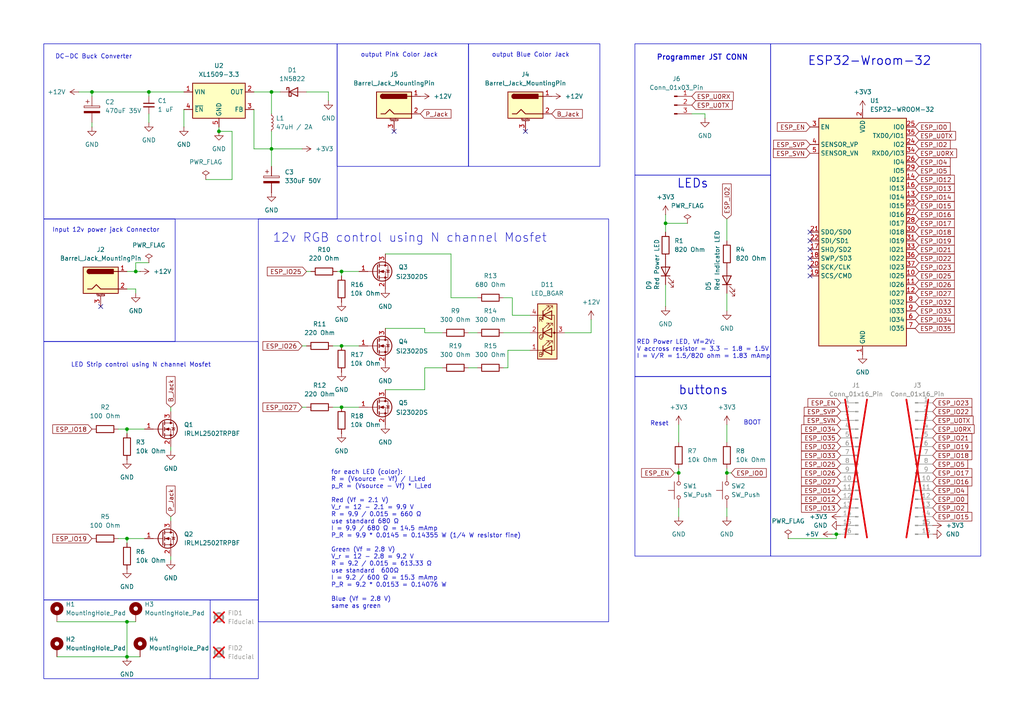
<source format=kicad_sch>
(kicad_sch (version 20250114) (generator "eeschema") (generator_version "9.0")
  (paper "A4")
  (title_block (title "Neon 1meter 12V") (date "2025-10-31") (rev "1_0"))
  (rectangle (start 12.7 12.7) (end 97.79 63.5))
  (rectangle (start 97.79 12.7) (end 135.89 48.26))
  (rectangle (start 12.7 99.06) (end 74.93 173.99))
  (rectangle (start 135.89 12.7) (end 173.99 48.26))
  (rectangle (start 12.7 63.5) (end 50.8 99.06))
  (rectangle (start 184.15 12.7) (end 223.52 50.8))
  (rectangle (start 184.15 109.22) (end 223.52 161.29))
  (rectangle (start 74.93 63.5) (end 176.53 180.34))
  (rectangle (start 184.15 50.8) (end 223.52 109.22))
  (rectangle (start 12.7 173.99) (end 74.93 196.85))
  (rectangle (start 223.52 12.7) (end 284.48 161.29))
  (text "ESP32-Wroom-32\n" (at 252.222 17.78 0) (effects (font (size 2.54 2.54) (thickness 0.254) (bold yes))))
  (text "LED Strip control using N channel Mosfet" (at 40.894 105.918 0) (effects (font (size 1.27 1.27))))
  (text "DC-DC Buck Converter" (at 27.178 16.51 0) (effects (font (size 1.27 1.27))))
  (text "buttons" (at 203.962 113.284 0) (effects (font (size 2.54 2.54) (thickness 0.254) (bold yes))))
  (text "output Pink Color Jack" (at 115.824 16.002 0) (effects (font (size 1.27 1.27))))
  (text "RED Power LED, Vf=2V:\nV accross resistor = 3.3 - 1.8 = 1.5V\nI = V/R = 1.5/820 ohm = 1.83 mAmp" (at 184.658 101.346 0) (effects (font (size 1.27 1.27)) (justify left)))
  (text "Input 12v power jack Connector\n" (at 30.734 66.802 0) (effects (font (size 1.27 1.27))))
  (text "for each LED (color):\nR = (Vsource - Vf) / I_Led\np_R = (Vsource - Vf) * I_Led\n\nRed (Vf = 2.1 V)\nV_r = 12 − 2.1 = 9.9 V\nR = 9.9 / 0.015 = 660 Ω \nuse standard 680 Ω\nI = 9.9 / 680 Ω = 14.5 mAmp\nP_R = 9.9 * 0.0145 = 0.14355 W (1/4 W resistor fine)\n\nGreen (Vf = 2.8 V)\nV_r = 12 − 2.8 = 9.2 V\nR = 9.2 / 0.015 = 613.33 Ω \nuse standard  600Ω\nI = 9.2 / 600 Ω = 15.3 mAmp\nP_R = 9.2 * 0.0153 = 0.14076 W\n\nBlue (Vf = 2.8 V)\nsame as green " (at 96.012 156.464 0) (effects (font (size 1.27 1.27)) (justify left)))
  (text "12v RGB control using N channel Mosfet" (at 118.872 69.088 0) (effects (font (size 2.54 2.54))))
  (text "Reset\n" (at 191.262 122.936 0) (effects (font (size 1.27 1.27))))
  (text "LEDs" (at 200.914 53.34 0) (effects (font (size 2.54 2.54) (thickness 0.254) (bold yes))))
  (text "BOOT\n" (at 218.186 122.682 0) (effects (font (size 1.27 1.27))))
  (text "output Blue Color Jack" (at 153.924 16.002 0) (effects (font (size 1.27 1.27))))
  (text "Programmer JST CONN" (at 203.708 16.764 0) (effects (font (size 1.524 1.524) (thickness 0.254) (bold yes))))
  (text_box "SMD Componens:\n1) minimum SMD size are 1206 package\n2) all SMD components must be hand soldered footprint for easy assmebly" (at -58.42 20.32 0) (size 52.07 35.56) (margins 0.9525 0.9525 0.9525 0.9525) (effects (font (size 1.27 1.27)) (justify left top)))
  (junction (at 36.83 190.5))
  (junction (at 99.06 118.11))
  (junction (at 99.06 78.74))
  (junction (at 36.83 124.46))
  (junction (at 36.83 180.34))
  (junction (at 78.74 43.18))
  (junction (at 63.5 38.1))
  (junction (at 43.18 26.67))
  (junction (at 26.67 26.67))
  (junction (at 78.74 26.67))
  (junction (at 193.04 64.77))
  (junction (at 36.83 156.21))
  (junction (at 99.06 100.33))
  (junction (at 242.57 154.94))
  (junction (at 210.82 137.16))
  (junction (at 39.37 78.74))
  (junction (at 196.85 137.16))
  (no_connect (at 152.4 38.1))
  (no_connect (at 234.95 74.93))
  (no_connect (at 234.95 69.85))
  (no_connect (at 114.3 38.1))
  (no_connect (at 29.21 88.9))
  (no_connect (at 234.95 77.47))
  (no_connect (at 234.95 80.01))
  (no_connect (at 234.95 67.31))
  (no_connect (at 234.95 72.39))
  (wire (pts (xy 78.74 43.18) (xy 73.66 43.18)))
  (wire (pts (xy 130.81 86.36) (xy 138.43 86.36)))
  (wire (pts (xy 49.53 161.29) (xy 49.53 162.56)))
  (wire (pts (xy 36.83 190.5) (xy 40.64 190.5)))
  (wire (pts (xy 87.63 43.18) (xy 78.74 43.18)))
  (wire (pts (xy 210.82 137.16) (xy 212.09 137.16)))
  (wire (pts (xy 36.83 124.46) (xy 41.91 124.46)))
  (wire (pts (xy 146.05 106.68) (xy 147.32 106.68)))
  (wire (pts (xy 67.31 52.07) (xy 67.31 38.1)))
  (wire (pts (xy 123.19 106.68) (xy 128.27 106.68)))
  (wire (pts (xy 87.63 118.11) (xy 88.9 118.11)))
  (wire (pts (xy 104.14 118.11) (xy 99.06 118.11)))
  (wire (pts (xy 242.57 154.94) (xy 243.84 154.94)))
  (wire (pts (xy 196.85 147.32) (xy 196.85 149.86)))
  (wire (pts (xy 210.82 63.5) (xy 210.82 69.85)))
  (wire (pts (xy 36.83 180.34) (xy 39.37 180.34)))
  (wire (pts (xy 36.83 156.21) (xy 41.91 156.21)))
  (wire (pts (xy 138.43 96.52) (xy 135.89 96.52)))
  (wire (pts (xy 104.14 100.33) (xy 99.06 100.33)))
  (wire (pts (xy 39.37 78.74) (xy 36.83 78.74)))
  (wire (pts (xy 78.74 26.67) (xy 78.74 33.02)))
  (wire (pts (xy 196.85 135.89) (xy 196.85 137.16)))
  (wire (pts (xy 39.37 85.09) (xy 39.37 83.82)))
  (wire (pts (xy 78.74 43.18) (xy 78.74 38.1)))
  (wire (pts (xy 148.59 86.36) (xy 148.59 91.44)))
  (wire (pts (xy 16.51 180.34) (xy 36.83 180.34)))
  (wire (pts (xy 193.04 64.77) (xy 199.39 64.77)))
  (wire (pts (xy 90.17 78.74) (xy 88.9 78.74)))
  (wire (pts (xy 73.66 43.18) (xy 73.66 31.75)))
  (wire (pts (xy 123.19 95.25) (xy 111.76 95.25)))
  (wire (pts (xy 26.67 35.56) (xy 26.67 36.83)))
  (wire (pts (xy 210.82 123.19) (xy 210.82 128.27)))
  (wire (pts (xy 241.3 154.94) (xy 242.57 154.94)))
  (wire (pts (xy 196.85 137.16) (xy 195.58 137.16)))
  (wire (pts (xy 204.47 33.02) (xy 204.47 34.29)))
  (wire (pts (xy 200.66 33.02) (xy 204.47 33.02)))
  (wire (pts (xy 36.83 83.82) (xy 39.37 83.82)))
  (wire (pts (xy 242.57 156.21) (xy 242.57 154.94)))
  (wire (pts (xy 59.69 52.07) (xy 67.31 52.07)))
  (wire (pts (xy 73.66 26.67) (xy 78.74 26.67)))
  (wire (pts (xy 40.64 78.74) (xy 39.37 78.74)))
  (wire (pts (xy 53.34 31.75) (xy 53.34 36.83)))
  (wire (pts (xy 36.83 125.73) (xy 36.83 124.46)))
  (wire (pts (xy 43.18 76.2) (xy 39.37 76.2)))
  (wire (pts (xy 147.32 101.6) (xy 153.67 101.6)))
  (wire (pts (xy 171.45 96.52) (xy 163.83 96.52)))
  (wire (pts (xy 63.5 38.1) (xy 63.5 36.83)))
  (wire (pts (xy 99.06 118.11) (xy 96.52 118.11)))
  (wire (pts (xy 210.82 147.32) (xy 210.82 149.86)))
  (wire (pts (xy 123.19 113.03) (xy 123.19 106.68)))
  (wire (pts (xy 123.19 96.52) (xy 123.19 95.25)))
  (wire (pts (xy 111.76 73.66) (xy 130.81 73.66)))
  (wire (pts (xy 36.83 180.34) (xy 36.83 190.5)))
  (wire (pts (xy 49.53 118.11) (xy 49.53 119.38)))
  (wire (pts (xy 97.79 78.74) (xy 99.06 78.74)))
  (wire (pts (xy 146.05 86.36) (xy 148.59 86.36)))
  (wire (pts (xy 128.27 96.52) (xy 123.19 96.52)))
  (polyline (pts (xy 60.96 173.99) (xy 60.96 196.85)))
  (wire (pts (xy 148.59 91.44) (xy 153.67 91.44)))
  (wire (pts (xy 43.18 33.02) (xy 43.18 35.56)))
  (wire (pts (xy 87.63 100.33) (xy 88.9 100.33)))
  (wire (pts (xy 228.6 156.21) (xy 242.57 156.21)))
  (wire (pts (xy 196.85 123.19) (xy 196.85 128.27)))
  (wire (pts (xy 34.29 124.46) (xy 36.83 124.46)))
  (wire (pts (xy 67.31 38.1) (xy 63.5 38.1)))
  (wire (pts (xy 95.25 26.67) (xy 95.25 29.21)))
  (wire (pts (xy 16.51 190.5) (xy 36.83 190.5)))
  (wire (pts (xy 53.34 26.67) (xy 43.18 26.67)))
  (wire (pts (xy 99.06 78.74) (xy 104.14 78.74)))
  (wire (pts (xy 147.32 106.68) (xy 147.32 101.6)))
  (wire (pts (xy 34.29 156.21) (xy 36.83 156.21)))
  (wire (pts (xy 26.67 26.67) (xy 43.18 26.67)))
  (wire (pts (xy 78.74 26.67) (xy 81.28 26.67)))
  (wire (pts (xy 49.53 149.86) (xy 49.53 151.13)))
  (wire (pts (xy 36.83 157.48) (xy 36.83 156.21)))
  (wire (pts (xy 123.19 113.03) (xy 111.76 113.03)))
  (wire (pts (xy 22.86 26.67) (xy 26.67 26.67)))
  (wire (pts (xy 43.18 26.67) (xy 43.18 27.94)))
  (wire (pts (xy 78.74 43.18) (xy 78.74 48.26)))
  (wire (pts (xy 146.05 96.52) (xy 153.67 96.52)))
  (wire (pts (xy 210.82 135.89) (xy 210.82 137.16)))
  (wire (pts (xy 171.45 92.71) (xy 171.45 96.52)))
  (wire (pts (xy 26.67 27.94) (xy 26.67 26.67)))
  (wire (pts (xy 135.89 106.68) (xy 138.43 106.68)))
  (wire (pts (xy 193.04 82.55) (xy 193.04 88.9)))
  (wire (pts (xy 88.9 26.67) (xy 95.25 26.67)))
  (wire (pts (xy 210.82 85.09) (xy 210.82 90.17)))
  (wire (pts (xy 130.81 73.66) (xy 130.81 86.36)))
  (wire (pts (xy 193.04 64.77) (xy 193.04 67.31)))
  (wire (pts (xy 193.04 62.23) (xy 193.04 64.77)))
  (wire (pts (xy 49.53 129.54) (xy 49.53 130.81)))
  (wire (pts (xy 99.06 80.01) (xy 99.06 78.74)))
  (wire (pts (xy 39.37 76.2) (xy 39.37 78.74)))
  (wire (pts (xy 99.06 100.33) (xy 96.52 100.33)))
  (global_label "ESP_U0RX" (shape input) (at 265.43 44.45 0) (property "Intersheetrefs" "${INTERSHEET_REFS}" (effects (hide yes))))
  (global_label "ESP_IO0" (shape input) (at 212.09 137.16 0) (property "Intersheetrefs" "${INTERSHEET_REFS}" (effects (hide yes))))
  (global_label "ESP_IO19" (shape input) (at 26.67 156.21 180) (property "Intersheetrefs" "${INTERSHEET_REFS}" (effects (hide yes))))
  (global_label "ESP_EN" (shape input) (at 195.58 137.16 180) (property "Intersheetrefs" "${INTERSHEET_REFS}" (effects (hide yes))))
  (global_label "B_Jack" (shape input) (at 49.53 118.11 90) (property "Intersheetrefs" "${INTERSHEET_REFS}" (effects (hide yes))))
  (global_label "ESP_IO4" (shape input) (at 270.51 142.24 0) (property "Intersheetrefs" "${INTERSHEET_REFS}" (effects (hide yes))))
  (global_label "ESP_IO23" (shape input) (at 265.43 77.47 0) (property "Intersheetrefs" "${INTERSHEET_REFS}" (effects (hide yes))))
  (global_label "ESP_U0TX" (shape input) (at 270.51 121.92 0) (property "Intersheetrefs" "${INTERSHEET_REFS}" (effects (hide yes))))
  (global_label "ESP_IO18" (shape input) (at 270.51 132.08 0) (property "Intersheetrefs" "${INTERSHEET_REFS}" (effects (hide yes))))
  (global_label "ESP_IO32" (shape input) (at 243.84 129.54 180) (property "Intersheetrefs" "${INTERSHEET_REFS}" (effects (hide yes))))
  (global_label "ESP_SVP" (shape input) (at 234.95 41.91 180) (property "Intersheetrefs" "${INTERSHEET_REFS}" (effects (hide yes))))
  (global_label "ESP_IO19" (shape input) (at 270.51 129.54 0) (property "Intersheetrefs" "${INTERSHEET_REFS}" (effects (hide yes))))
  (global_label "ESP_IO35" (shape input) (at 243.84 127 180) (property "Intersheetrefs" "${INTERSHEET_REFS}" (effects (hide yes))))
  (global_label "ESP_IO26" (shape input) (at 243.84 137.16 180) (property "Intersheetrefs" "${INTERSHEET_REFS}" (effects (hide yes))))
  (global_label "ESP_IO35" (shape input) (at 265.43 95.25 0) (property "Intersheetrefs" "${INTERSHEET_REFS}" (effects (hide yes))))
  (global_label "ESP_SVP" (shape input) (at 243.84 119.38 180) (property "Intersheetrefs" "${INTERSHEET_REFS}" (effects (hide yes))))
  (global_label "ESP_IO25" (shape input) (at 88.9 78.74 180) (property "Intersheetrefs" "${INTERSHEET_REFS}" (effects (hide yes))))
  (global_label "B_Jack" (shape input) (at 160.02 33.02 0) (property "Intersheetrefs" "${INTERSHEET_REFS}" (effects (hide yes))))
  (global_label "ESP_IO15" (shape input) (at 270.51 149.86 0) (property "Intersheetrefs" "${INTERSHEET_REFS}" (effects (hide yes))))
  (global_label "ESP_IO27" (shape input) (at 265.43 85.09 0) (property "Intersheetrefs" "${INTERSHEET_REFS}" (effects (hide yes))))
  (global_label "ESP_IO26" (shape input) (at 87.63 100.33 180) (property "Intersheetrefs" "${INTERSHEET_REFS}" (effects (hide yes))))
  (global_label "ESP_IO22" (shape input) (at 270.51 119.38 0) (property "Intersheetrefs" "${INTERSHEET_REFS}" (effects (hide yes))))
  (global_label "ESP_IO21" (shape input) (at 265.43 72.39 0) (property "Intersheetrefs" "${INTERSHEET_REFS}" (effects (hide yes))))
  (global_label "ESP_IO2" (shape input) (at 265.43 41.91 0) (property "Intersheetrefs" "${INTERSHEET_REFS}" (effects (hide yes))))
  (global_label "ESP_U0RX" (shape input) (at 270.51 124.46 0) (property "Intersheetrefs" "${INTERSHEET_REFS}" (effects (hide yes))))
  (global_label "ESP_IO15" (shape input) (at 265.43 59.69 0) (property "Intersheetrefs" "${INTERSHEET_REFS}" (effects (hide yes))))
  (global_label "ESP_EN" (shape input) (at 243.84 116.84 180) (property "Intersheetrefs" "${INTERSHEET_REFS}" (effects (hide yes))))
  (global_label "ESP_IO2" (shape input) (at 270.51 147.32 0) (property "Intersheetrefs" "${INTERSHEET_REFS}" (effects (hide yes))))
  (global_label "ESP_IO16" (shape input) (at 265.43 62.23 0) (property "Intersheetrefs" "${INTERSHEET_REFS}" (effects (hide yes))))
  (global_label "ESP_IO33" (shape input) (at 243.84 132.08 180) (property "Intersheetrefs" "${INTERSHEET_REFS}" (effects (hide yes))))
  (global_label "ESP_IO22" (shape input) (at 265.43 74.93 0) (property "Intersheetrefs" "${INTERSHEET_REFS}" (effects (hide yes))))
  (global_label "ESP_IO5" (shape input) (at 270.51 134.62 0) (property "Intersheetrefs" "${INTERSHEET_REFS}" (effects (hide yes))))
  (global_label "ESP_IO18" (shape input) (at 26.67 124.46 180) (property "Intersheetrefs" "${INTERSHEET_REFS}" (effects (hide yes))))
  (global_label "ESP_IO13" (shape input) (at 243.84 147.32 180) (property "Intersheetrefs" "${INTERSHEET_REFS}" (effects (hide yes))))
  (global_label "ESP_IO19" (shape input) (at 265.43 69.85 0) (property "Intersheetrefs" "${INTERSHEET_REFS}" (effects (hide yes))))
  (global_label "ESP_IO14" (shape input) (at 265.43 57.15 0) (property "Intersheetrefs" "${INTERSHEET_REFS}" (effects (hide yes))))
  (global_label "ESP_SVN" (shape input) (at 234.95 44.45 180) (property "Intersheetrefs" "${INTERSHEET_REFS}" (effects (hide yes))))
  (global_label "ESP_IO2" (shape input) (at 210.82 63.5 90) (property "Intersheetrefs" "${INTERSHEET_REFS}" (effects (hide yes))))
  (global_label "ESP_IO17" (shape input) (at 265.43 64.77 0) (property "Intersheetrefs" "${INTERSHEET_REFS}" (effects (hide yes))))
  (global_label "ESP_IO34" (shape input) (at 243.84 124.46 180) (property "Intersheetrefs" "${INTERSHEET_REFS}" (effects (hide yes))))
  (global_label "ESP_IO12" (shape input) (at 265.43 52.07 0) (property "Intersheetrefs" "${INTERSHEET_REFS}" (effects (hide yes))))
  (global_label "ESP_IO25" (shape input) (at 265.43 80.01 0) (property "Intersheetrefs" "${INTERSHEET_REFS}" (effects (hide yes))))
  (global_label "ESP_IO4" (shape input) (at 265.43 46.99 0) (property "Intersheetrefs" "${INTERSHEET_REFS}" (effects (hide yes))))
  (global_label "ESP_IO14" (shape input) (at 243.84 142.24 180) (property "Intersheetrefs" "${INTERSHEET_REFS}" (effects (hide yes))))
  (global_label "ESP_IO32" (shape input) (at 265.43 87.63 0) (property "Intersheetrefs" "${INTERSHEET_REFS}" (effects (hide yes))))
  (global_label "P_Jack" (shape input) (at 121.92 33.02 0) (property "Intersheetrefs" "${INTERSHEET_REFS}" (effects (hide yes))))
  (global_label "ESP_IO16" (shape input) (at 270.51 139.7 0) (property "Intersheetrefs" "${INTERSHEET_REFS}" (effects (hide yes))))
  (global_label "ESP_IO33" (shape input) (at 265.43 90.17 0) (property "Intersheetrefs" "${INTERSHEET_REFS}" (effects (hide yes))))
  (global_label "ESP_IO34" (shape input) (at 265.43 92.71 0) (property "Intersheetrefs" "${INTERSHEET_REFS}" (effects (hide yes))))
  (global_label "ESP_IO23" (shape input) (at 270.51 116.84 0) (property "Intersheetrefs" "${INTERSHEET_REFS}" (effects (hide yes))))
  (global_label "ESP_U0TX" (shape input) (at 200.66 30.48 0) (property "Intersheetrefs" "${INTERSHEET_REFS}" (effects (hide yes))))
  (global_label "ESP_IO5" (shape input) (at 265.43 49.53 0) (property "Intersheetrefs" "${INTERSHEET_REFS}" (effects (hide yes))))
  (global_label "ESP_IO0" (shape input) (at 270.51 144.78 0) (property "Intersheetrefs" "${INTERSHEET_REFS}" (effects (hide yes))))
  (global_label "ESP_U0RX" (shape input) (at 200.66 27.94 0) (property "Intersheetrefs" "${INTERSHEET_REFS}" (effects (hide yes))))
  (global_label "ESP_IO18" (shape input) (at 265.43 67.31 0) (property "Intersheetrefs" "${INTERSHEET_REFS}" (effects (hide yes))))
  (global_label "ESP_U0TX" (shape input) (at 265.43 39.37 0) (property "Intersheetrefs" "${INTERSHEET_REFS}" (effects (hide yes))))
  (global_label "ESP_IO0" (shape input) (at 265.43 36.83 0) (property "Intersheetrefs" "${INTERSHEET_REFS}" (effects (hide yes))))
  (global_label "ESP_IO26" (shape input) (at 265.43 82.55 0) (property "Intersheetrefs" "${INTERSHEET_REFS}" (effects (hide yes))))
  (global_label "ESP_IO27" (shape input) (at 243.84 139.7 180) (property "Intersheetrefs" "${INTERSHEET_REFS}" (effects (hide yes))))
  (global_label "ESP_EN" (shape input) (at 234.95 36.83 180) (property "Intersheetrefs" "${INTERSHEET_REFS}" (effects (hide yes))))
  (global_label "ESP_IO27" (shape input) (at 87.63 118.11 180) (property "Intersheetrefs" "${INTERSHEET_REFS}" (effects (hide yes))))
  (global_label "ESP_IO13" (shape input) (at 265.43 54.61 0) (property "Intersheetrefs" "${INTERSHEET_REFS}" (effects (hide yes))))
  (global_label "ESP_IO12" (shape input) (at 243.84 144.78 180) (property "Intersheetrefs" "${INTERSHEET_REFS}" (effects (hide yes))))
  (global_label "ESP_IO21" (shape input) (at 270.51 127 0) (property "Intersheetrefs" "${INTERSHEET_REFS}" (effects (hide yes))))
  (global_label "ESP_SVN" (shape input) (at 243.84 121.92 180) (property "Intersheetrefs" "${INTERSHEET_REFS}" (effects (hide yes))))
  (global_label "ESP_IO17" (shape input) (at 270.51 137.16 0) (property "Intersheetrefs" "${INTERSHEET_REFS}" (effects (hide yes))))
  (global_label "ESP_IO25" (shape input) (at 243.84 134.62 180) (property "Intersheetrefs" "${INTERSHEET_REFS}" (effects (hide yes))))
  (global_label "P_Jack" (shape input) (at 49.53 149.86 90) (property "Intersheetrefs" "${INTERSHEET_REFS}" (effects (hide yes))))
  (symbol (lib_id "Device:R") (at 30.48 156.21 270) (unit 1)
    (property "Reference" "R5" (at 30.48 149.86 90))
    (property "Value" "100 Ohm" (at 30.48 152.4 90))
    (property "Footprint" "Resistor_SMD:R_1206_3216Metric_Pad1.30x1.75mm_HandSolder" (effects (hide yes)))
    (property "Description" "Resistor" (effects (hide yes)))
    (property "link" "https://uge-one.com/product/smd-chip-resistor-size-1206-100r-ohm/" (effects (hide yes)))
  )
  (symbol (lib_id "Device:R") (at 142.24 86.36 270) (unit 1)
    (property "Reference" "R13" (at 142.24 80.01 90))
    (property "Value" "680 Ohm" (at 142.24 82.55 90))
    (property "Footprint" "Resistor_SMD:R_1206_3216Metric_Pad1.30x1.75mm_HandSolder" (effects (hide yes)))
    (property "Description" "Resistor" (effects (hide yes)))
    (property "link" "https://makerselectronics.com/product/chip-resistor-smd-680%cf%89-%c2%b11-250mw-1206/" (effects (hide yes)))
  )
  (symbol (lib_id "power:GND") (at 111.76 105.41 0) (unit 1)
    (property "Reference" "#PWR027" (effects (hide yes)))
    (property "Value" "GND" (at 111.76 110.49 0))
    (property "Description" "Power symbol creates a global label with name \"GND\" , ground" (effects (hide yes)))
  )
  (symbol (lib_id "power:GND") (at 36.83 165.1 0) (unit 1)
    (property "Reference" "#PWR010" (effects (hide yes)))
    (property "Value" "GND" (at 36.83 170.18 0))
    (property "Description" "Power symbol creates a global label with name \"GND\" , ground" (effects (hide yes)))
  )
  (symbol (lib_id "Mechanical:MountingHole_Pad") (at 39.37 177.8 0) (unit 1) (in_bom no)
    (property "Reference" "H3" (at 41.91 175.2599 0) (effects (justify left)))
    (property "Value" "MountingHole_Pad" (at 41.91 177.7999 0) (effects (justify left)))
    (property "Footprint" "MountingHole:MountingHole_3.2mm_M3_Pad_Via" (effects (hide yes)))
    (property "Description" "Mounting Hole with connection" (effects (hide yes)))
  )
  (symbol (lib_id "power:+12V") (at 121.92 27.94 270) (unit 1)
    (property "Reference" "#PWR024" (effects (hide yes)))
    (property "Value" "+12V" (at 125.73 27.9399 90) (effects (justify left)))
    (property "Description" "Power symbol creates a global label with name \"+12V\"" (effects (hide yes)))
  )
  (symbol (lib_id "Mechanical:MountingHole_Pad") (at 40.64 187.96 0) (unit 1) (in_bom no)
    (property "Reference" "H4" (at 43.18 185.4199 0) (effects (justify left)))
    (property "Value" "MountingHole_Pad" (at 43.18 187.9599 0) (effects (justify left)))
    (property "Footprint" "MountingHole:MountingHole_3.2mm_M3_Pad_Via" (effects (hide yes)))
    (property "Description" "Mounting Hole with connection" (effects (hide yes)))
  )
  (symbol (lib_id "Mechanical:MountingHole_Pad") (at 16.51 187.96 0) (unit 1) (in_bom no)
    (property "Reference" "H2" (at 19.05 185.4199 0) (effects (justify left)))
    (property "Value" "MountingHole_Pad" (at 19.05 187.9599 0) (effects (justify left)))
    (property "Footprint" "MountingHole:MountingHole_3.2mm_M3_Pad_Via" (effects (hide yes)))
    (property "Description" "Mounting Hole with connection" (effects (hide yes)))
  )
  (symbol (lib_name "Barrel_Jack_MountingPin_1") (lib_id "Connector:Barrel_Jack_MountingPin") (at 114.3 30.48 0) (unit 1)
    (property "Reference" "J5" (at 114.3 21.59 0))
    (property "Value" "Barrel_Jack_MountingPin" (at 114.3 24.13 0))
    (property "Footprint" "Connector_BarrelJack:BarrelJack_Horizontal" (effects (hide yes)))
    (property "Description" "DC Barrel Jack with a mounting pin" (effects (hide yes)))
  )
  (symbol (lib_id "power:GND") (at 111.76 83.82 0) (unit 1)
    (property "Reference" "#PWR026" (effects (hide yes)))
    (property "Value" "GND" (at 111.76 88.9 0))
    (property "Description" "Power symbol creates a global label with name \"GND\" , ground" (effects (hide yes)))
  )
  (symbol (lib_id "power:GND") (at 196.85 149.86 0) (unit 1)
    (property "Reference" "#PWR037" (effects (hide yes)))
    (property "Value" "GND" (at 196.85 154.94 0))
    (property "Description" "Power symbol creates a global label with name \"GND\" , ground" (effects (hide yes)))
  )
  (symbol (lib_name "Barrel_Jack_MountingPin_2") (lib_id "Connector:Barrel_Jack_MountingPin") (at 152.4 30.48 0) (unit 1)
    (property "Reference" "J4" (at 152.4 21.59 0))
    (property "Value" "Barrel_Jack_MountingPin" (at 152.4 24.13 0))
    (property "Footprint" "Connector_BarrelJack:BarrelJack_Horizontal" (effects (hide yes)))
    (property "Description" "DC Barrel Jack with a mounting pin" (effects (hide yes)))
  )
  (symbol (lib_id "power:PWR_FLAG") (at 43.18 76.2 0) (unit 1)
    (property "Reference" "#FLG02" (effects (hide yes)))
    (property "Value" "PWR_FLAG" (at 43.18 71.12 0))
    (property "Description" "Special symbol for telling ERC where power comes from" (effects (hide yes)))
  )
  (symbol (lib_id "Device:R") (at 92.71 118.11 270) (unit 1)
    (property "Reference" "R12" (at 92.71 111.76 90))
    (property "Value" "220 Ohm" (at 92.71 114.3 90))
    (property "Footprint" "Resistor_SMD:R_1206_3216Metric_Pad1.30x1.75mm_HandSolder" (effects (hide yes)))
    (property "Description" "Resistor" (effects (hide yes)))
    (property "link" "https://uge-one.com/product/smd-chip-resistor-size-1206-220r-ohm/?srsltid=AfmBOoqmkuXwKrfJ3VxJ5AIPn5xc8j2ZOYO0PqRCmSUCAxMBlBADOpRb" (effects (hide yes)))
  )
  (symbol (lib_id "power:GND") (at 204.47 34.29 0) (unit 1)
    (property "Reference" "#PWR011" (effects (hide yes)))
    (property "Value" "GND" (at 204.47 39.37 0))
    (property "Description" "Power symbol creates a global label with name \"GND\" , ground" (effects (hide yes)))
  )
  (symbol (lib_id "Device:L_Small") (at 78.74 35.56 0) (unit 1)
    (property "Reference" "L1" (at 80.01 34.2899 0) (effects (justify left)))
    (property "Value" "47uH / 2A" (at 80.01 36.8299 0) (effects (justify left)))
    (property "Footprint" "CD43_Inductor:CD43" (effects (hide yes)))
    (property "Description" "Inductor, small symbol" (effects (hide yes)))
    (property "link" "https://uge-one.com/product/smd-power-inductor-470uh-4-5x4x3-2mm-cd43/" (effects (hide yes)))
  )
  (symbol (lib_id "Device:R") (at 99.06 83.82 0) (unit 1)
    (property "Reference" "R16" (at 101.6 82.5499 0) (effects (justify left)))
    (property "Value" "10k Ohm" (at 101.6 85.0899 0) (effects (justify left)))
    (property "Footprint" "Resistor_SMD:R_0805_2012Metric_Pad1.20x1.40mm_HandSolder" (effects (hide yes)))
    (property "Description" "Resistor" (effects (hide yes)))
    (property "link" "https://uge-one.com/product/0805-smd-chip-resistor-10k/?srsltid=AfmBOorGllG0mYHf8TnX2S13KIvxT3n0IIoJoriv-BR9zB-dGtGjm2Vg" (effects (hide yes)))
  )
  (symbol (lib_id "power:GND") (at 78.74 55.88 0) (unit 1)
    (property "Reference" "#PWR05" (effects (hide yes)))
    (property "Value" "GND" (at 78.74 60.96 0))
    (property "Description" "Power symbol creates a global label with name \"GND\" , ground" (effects (hide yes)))
  )
  (symbol (lib_id "Device:D_Schottky") (at 85.09 26.67 0) (unit 1)
    (property "Reference" "D1" (at 84.7725 20.32 0))
    (property "Value" "1N5822" (at 84.7725 22.86 0))
    (property "Footprint" "Diode_SMD:D_SMA" (effects (hide yes)))
    (property "Description" "Schottky diode" (effects (hide yes)))
    (property "link" "https://uge-one.com/product/smd-schottky-diode-3a-40v-1n5822-ss34-sma/" (effects (hide yes)))
  )
  (symbol (lib_id "power:GND") (at 43.18 35.56 0) (unit 1)
    (property "Reference" "#PWR02" (effects (hide yes)))
    (property "Value" "GND" (at 43.18 40.64 0))
    (property "Description" "Power symbol creates a global label with name \"GND\" , ground" (effects (hide yes)))
  )
  (symbol (lib_id "Connector:Conn_01x03_Pin") (at 195.58 30.48 0) (unit 1)
    (property "Reference" "J6" (at 196.215 22.86 0))
    (property "Value" "Conn_01x03_Pin" (at 196.215 25.4 0))
    (property "Footprint" "Connector_PinHeader_2.54mm:PinHeader_1x03_P2.54mm_Vertical" (effects (hide yes)))
    (property "Description" "Generic connector, single row, 01x03, script generated" (effects (hide yes)))
    (property "link" "https://microohm-eg.com/product/jst-3-pin-90-degree-male-connector/" (effects (hide yes)))
  )
  (symbol (lib_id "power:+12V") (at 171.45 92.71 0) (unit 1)
    (property "Reference" "#PWR025" (effects (hide yes)))
    (property "Value" "+12V" (at 171.45 87.63 0))
    (property "Description" "Power symbol creates a global label with name \"+12V\"" (effects (hide yes)))
  )
  (symbol (lib_id "power:+3V3") (at 210.82 123.19 0) (unit 1)
    (property "Reference" "#PWR038" (effects (hide yes)))
    (property "Value" "+3V3" (at 210.82 118.11 0))
    (property "Description" "Power symbol creates a global label with name \"+3V3\"" (effects (hide yes)))
  )
  (symbol (lib_id "power:GND") (at 99.06 125.73 0) (unit 1)
    (property "Reference" "#PWR031" (effects (hide yes)))
    (property "Value" "GND" (at 99.06 130.81 0))
    (property "Description" "Power symbol creates a global label with name \"GND\" , ground" (effects (hide yes)))
  )
  (symbol (lib_id "Device:C_Small") (at 43.18 30.48 0) (unit 1)
    (property "Reference" "C1" (at 45.72 29.2162 0) (effects (justify left)))
    (property "Value" "1 uF" (at 45.72 31.7562 0) (effects (justify left)))
    (property "Footprint" "Capacitor_SMD:C_1206_3216Metric" (effects (hide yes)))
    (property "Description" "Unpolarized capacitor, small symbol" (effects (hide yes)))
    (property "link" "https://uge-one.com/product/smd-chip-capacitor-size-1206-1uf/" (effects (hide yes)))
  )
  (symbol (lib_id "Transistor_FET:BSS138") (at 46.99 124.46 0) (unit 1)
    (property "Reference" "Q1" (at 53.34 123.1899 0) (effects (justify left)))
    (property "Value" "IRLML2502TRPBF" (at 53.34 125.7299 0) (effects (justify left)))
    (property "Footprint" "custom_SOT23:custom_SOT23" (effects (hide yes)))
    (property "Datasheet" "https://www.infineon.com/assets/row/public/documents/24/49/infineon-irlml2502-datasheet-en.pdf" (effects (hide yes)))
    (property "Description" "20V Vds, 4.2A Id, N-Channel MOSFET, SOT-23" (effects (hide yes)))
    (property "link" "https://uge-one.com/product/smd-irlml2502trpbf-sot-23-mosfet/?srsltid=AfmBOoqixCZKi2_Rw_QPyVd6y4KRdvrHyCsGijRPH4lNedpiwvgNOyGw" (effects (hide yes)))
  )
  (symbol (lib_id "power:GND") (at 193.04 88.9 0) (unit 1)
    (property "Reference" "#PWR018" (effects (hide yes)))
    (property "Value" "GND" (at 193.04 93.98 0))
    (property "Description" "Power symbol creates a global label with name \"GND\" , ground" (effects (hide yes)))
  )
  (symbol (lib_id "Mechanical:MountingHole_Pad") (at 16.51 177.8 0) (unit 1) (in_bom no)
    (property "Reference" "H1" (at 19.05 175.2599 0) (effects (justify left)))
    (property "Value" "MountingHole_Pad" (at 19.05 177.7999 0) (effects (justify left)))
    (property "Footprint" "MountingHole:MountingHole_3.2mm_M3_Pad_Via" (effects (hide yes)))
    (property "Description" "Mounting Hole with connection" (effects (hide yes)))
  )
  (symbol (lib_id "Device:R") (at 92.71 100.33 270) (unit 1)
    (property "Reference" "R11" (at 92.71 93.98 90))
    (property "Value" "220 Ohm" (at 92.71 96.52 90))
    (property "Footprint" "Resistor_SMD:R_1206_3216Metric_Pad1.30x1.75mm_HandSolder" (effects (hide yes)))
    (property "Description" "Resistor" (effects (hide yes)))
    (property "link" "https://uge-one.com/product/smd-chip-resistor-size-1206-220r-ohm/?srsltid=AfmBOoqmkuXwKrfJ3VxJ5AIPn5xc8j2ZOYO0PqRCmSUCAxMBlBADOpRb" (effects (hide yes)))
  )
  (symbol (lib_id "Device:R") (at 99.06 121.92 0) (unit 1)
    (property "Reference" "R18" (at 101.6 120.6499 0) (effects (justify left)))
    (property "Value" "10k Ohm" (at 101.6 123.1899 0) (effects (justify left)))
    (property "Footprint" "Resistor_SMD:R_0805_2012Metric_Pad1.20x1.40mm_HandSolder" (effects (hide yes)))
    (property "Description" "Resistor" (effects (hide yes)))
    (property "link" "https://uge-one.com/product/0805-smd-chip-resistor-10k/?srsltid=AfmBOorGllG0mYHf8TnX2S13KIvxT3n0IIoJoriv-BR9zB-dGtGjm2Vg" (effects (hide yes)))
  )
  (symbol (lib_id "power:GND") (at 53.34 36.83 0) (unit 1)
    (property "Reference" "#PWR06" (effects (hide yes)))
    (property "Value" "GND" (at 53.34 41.91 0))
    (property "Description" "Power symbol creates a global label with name \"GND\" , ground" (effects (hide yes)))
  )
  (symbol (lib_id "Device:R") (at 132.08 106.68 270) (unit 1)
    (property "Reference" "R19" (at 132.08 100.33 90))
    (property "Value" "300 Ohm" (at 132.08 102.87 90))
    (property "Footprint" "Resistor_SMD:R_1206_3216Metric_Pad1.30x1.75mm_HandSolder" (effects (hide yes)))
    (property "Description" "Resistor" (effects (hide yes)))
    (property "link" "https://uge-one.com/product/smd-chip-resistor-size-1206-300r-ohm/" (effects (hide yes)))
  )
  (symbol (lib_id "power:+3V3") (at 196.85 123.19 0) (unit 1)
    (property "Reference" "#PWR036" (effects (hide yes)))
    (property "Value" "+3V3" (at 196.85 118.11 0))
    (property "Description" "Power symbol creates a global label with name \"+3V3\"" (effects (hide yes)))
  )
  (symbol (lib_id "RF_Module:ESP32-WROOM-32") (at 250.19 67.31 0) (unit 1)
    (property "Reference" "U1" (at 252.3333 29.21 0) (effects (justify left)))
    (property "Value" "ESP32-WROOM-32" (at 252.3333 31.75 0) (effects (justify left)))
    (property "Footprint" "RF_Module:ESP32-WROOM-32" (effects (hide yes)))
    (property "Datasheet" "https://www.espressif.com/sites/default/files/documentation/esp32-wroom-32_datasheet_en.pdf" (effects (hide yes)))
    (property "Description" "RF Module, ESP32-D0WDQ6 SoC, Wi-Fi 802.11b/g/n, Bluetooth, BLE, 32-bit, 2.7-3.6V, onboard antenna, SMD" (effects (hide yes)))
    (property "link" "https://uge-one.com/product/espressif-esp32-wroom-32-dual-core-wi-fi-bluetooth-iot-module/" (effects (hide yes)))
  )
  (symbol (lib_id "power:GND") (at 99.06 107.95 0) (unit 1)
    (property "Reference" "#PWR030" (effects (hide yes)))
    (property "Value" "GND" (at 99.06 113.03 0))
    (property "Description" "Power symbol creates a global label with name \"GND\" , ground" (effects (hide yes)))
  )
  (symbol (lib_id "Device:R") (at 210.82 132.08 180) (unit 1)
    (property "Reference" "R8" (at 213.36 130.8099 0) (effects (justify right)))
    (property "Value" "10k Ohm" (at 213.36 133.3499 0) (effects (justify right)))
    (property "Footprint" "Resistor_SMD:R_0805_2012Metric_Pad1.20x1.40mm_HandSolder" (effects (hide yes)))
    (property "Description" "Resistor" (effects (hide yes)))
    (property "link" "https://uge-one.com/product/0805-smd-chip-resistor-10k/?srsltid=AfmBOorGllG0mYHf8TnX2S13KIvxT3n0IIoJoriv-BR9zB-dGtGjm2Vg" (effects (hide yes)))
  )
  (symbol (lib_id "Device:R") (at 196.85 132.08 180) (unit 1)
    (property "Reference" "R7" (at 199.39 130.8099 0) (effects (justify right)))
    (property "Value" "10k Ohm" (at 199.39 133.3499 0) (effects (justify right)))
    (property "Footprint" "Resistor_SMD:R_0805_2012Metric_Pad1.20x1.40mm_HandSolder" (effects (hide yes)))
    (property "Description" "Resistor" (effects (hide yes)))
    (property "link" "https://uge-one.com/product/0805-smd-chip-resistor-10k/?srsltid=AfmBOorGllG0mYHf8TnX2S13KIvxT3n0IIoJoriv-BR9zB-dGtGjm2Vg" (effects (hide yes)))
  )
  (symbol (lib_id "Transistor_FET:BSS138") (at 109.22 118.11 0) (unit 1)
    (property "Reference" "Q5" (at 115.57 116.8399 0) (effects (justify left)))
    (property "Value" "Si2302DS" (at 114.808 119.634 0) (effects (justify left)))
    (property "Footprint" "Package_TO_SOT_SMD:SOT-23" (effects (hide yes)))
    (property "Datasheet" "https://www.vishay.com/docs/68645/si2302cds.pdf" (effects (hide yes)))
    (property "link" "https://uge-one.com/product/si2302ds-sot23-general-purpose-n-channel-mosfet-smd-transistor-sot-23/" (effects (hide yes)))
  )
  (symbol (lib_id "Device:C_Polarized") (at 78.74 52.07 0) (unit 1)
    (property "Reference" "C3" (at 82.55 49.9109 0) (effects (justify left)))
    (property "Value" "330uF 50V" (at 82.55 52.4509 0) (effects (justify left)))
    (property "Footprint" "Capacitor_SMD:CP_Elec_10x10.5" (effects (hide yes)))
    (property "Description" "Polarized capacitor" (effects (hide yes)))
    (property "link" "https://uge-one.com/product/smd-aluminum-electrolytic-capacitor-330uf-50v-1010-5-mm/" (effects (hide yes)))
  )
  (symbol (lib_id "Regulator_Switching:XL1509-3.3") (at 63.5 29.21 0) (unit 1)
    (property "Reference" "U2" (at 63.5 19.05 0))
    (property "Value" "XL1509-3.3" (at 63.5 21.59 0))
    (property "Footprint" "Package_SO:SOIC-8_3.9x4.9mm_P1.27mm" (effects (hide yes)))
    (property "Datasheet" "https://www.umw-ic.com/static/pdf/6d0de0df0601125485b32f8b2d74275d.pdf" (effects (hide yes)))
    (property "Description" "Buck DC/DC Converter, 2A, 3.3V Output Voltage, 4.5-40V Input Voltage" (effects (hide yes)))
    (property "link" "https://uge-one.com/product/xl1509-3-3e1-2a-150khz-buck-dc-dc-step-down-converter-regulator-ic-smd/?srsltid=AfmBOoo-d0v4w8P7LjpvPGnwJM-lnyFaeHPU-1Q8rCWLEaeI_F_a5hk3" (effects (hide yes)))
  )
  (symbol (lib_id "Mechanical:Fiducial") (at 63.5 189.23 0) (unit 1) (in_bom no) (on_board no) (dnp yes)
    (property "Reference" "FID2" (at 66.04 187.9599 0) (effects (justify left)))
    (property "Value" "Fiducial" (at 66.04 190.4999 0) (effects (justify left)))
    (property "Footprint" "Fiducial:Fiducial_0.5mm_Mask1.5mm" (effects (hide yes)))
    (property "Description" "Fiducial Marker" (effects (hide yes)))
  )
  (symbol (lib_id "Switch:SW_Push") (at 196.85 142.24 90) (unit 1)
    (property "Reference" "SW1" (at 198.12 140.9699 90) (effects (justify right)))
    (property "Value" "SW_Push" (at 198.12 143.5099 90) (effects (justify right)))
    (property "Footprint" "TS_button_3_4_2:TS_button_3_4_2" (effects (hide yes)))
    (property "Datasheet" "https://uge-one.com/product/smd-micro-push-button-switch-2p-3x4x2mm/" (effects (hide yes)))
    (property "Description" "Push button switch, generic, two pins" (effects (hide yes)))
    (property "link" "https://uge-one.com/product/smd-micro-push-button-switch-2p-3x4x2mm/" (effects (hide yes)))
  )
  (symbol (lib_id "Mechanical:Fiducial") (at 63.5 179.07 0) (unit 1) (in_bom no) (on_board no) (dnp yes)
    (property "Reference" "FID1" (at 66.04 177.7999 0) (effects (justify left)))
    (property "Value" "Fiducial" (at 66.04 180.3399 0) (effects (justify left)))
    (property "Footprint" "Fiducial:Fiducial_0.5mm_Mask1.5mm" (effects (hide yes)))
    (property "Description" "Fiducial Marker" (effects (hide yes)))
  )
  (symbol (lib_id "power:GND") (at 63.5 38.1 0) (unit 1)
    (property "Reference" "#PWR01" (effects (hide yes)))
    (property "Value" "GND" (at 63.5 43.18 0))
    (property "Description" "Power symbol creates a global label with name \"GND\" , ground" (effects (hide yes)))
  )
  (symbol (lib_id "Device:R") (at 30.48 124.46 270) (unit 1)
    (property "Reference" "R2" (at 30.48 118.11 90))
    (property "Value" "100 Ohm" (at 30.48 120.65 90))
    (property "Footprint" "Resistor_SMD:R_1206_3216Metric_Pad1.30x1.75mm_HandSolder" (effects (hide yes)))
    (property "Description" "Resistor" (effects (hide yes)))
    (property "link" "https://uge-one.com/product/smd-chip-resistor-size-1206-100r-ohm/" (effects (hide yes)))
  )
  (symbol (lib_id "power:GND") (at 49.53 162.56 0) (unit 1)
    (property "Reference" "#PWR016" (effects (hide yes)))
    (property "Value" "GND" (at 49.53 167.64 0))
    (property "Description" "Power symbol creates a global label with name \"GND\" , ground" (effects (hide yes)))
  )
  (symbol (lib_id "power:GND") (at 95.25 29.21 0) (unit 1)
    (property "Reference" "#PWR04" (effects (hide yes)))
    (property "Value" "GND" (at 95.25 34.29 0))
    (property "Description" "Power symbol creates a global label with name \"GND\" , ground" (effects (hide yes)))
  )
  (symbol (lib_id "Device:R") (at 93.98 78.74 270) (unit 1)
    (property "Reference" "R10" (at 93.98 72.39 90))
    (property "Value" "220 Ohm" (at 93.98 74.93 90))
    (property "Footprint" "Resistor_SMD:R_1206_3216Metric_Pad1.30x1.75mm_HandSolder" (effects (hide yes)))
    (property "Description" "Resistor" (effects (hide yes)))
    (property "link" "https://uge-one.com/product/smd-chip-resistor-size-1206-220r-ohm/?srsltid=AfmBOoqmkuXwKrfJ3VxJ5AIPn5xc8j2ZOYO0PqRCmSUCAxMBlBADOpRb" (effects (hide yes)))
  )
  (symbol (lib_id "Device:R") (at 36.83 129.54 0) (unit 1)
    (property "Reference" "R3" (at 39.37 128.2699 0) (effects (justify left)))
    (property "Value" "10k Ohm" (at 39.37 130.8099 0) (effects (justify left)))
    (property "Footprint" "Resistor_SMD:R_0805_2012Metric_Pad1.20x1.40mm_HandSolder" (effects (hide yes)))
    (property "Description" "Resistor" (effects (hide yes)))
    (property "link" "https://uge-one.com/product/0805-smd-chip-resistor-10k/?srsltid=AfmBOorGllG0mYHf8TnX2S13KIvxT3n0IIoJoriv-BR9zB-dGtGjm2Vg" (effects (hide yes)))
  )
  (symbol (lib_id "Device:C_Polarized") (at 26.67 31.75 0) (unit 1)
    (property "Reference" "C2" (at 30.48 29.5909 0) (effects (justify left)))
    (property "Value" "470uF 35V" (at 30.48 32.1309 0) (effects (justify left)))
    (property "Footprint" "Capacitor_THT:CP_Radial_D10.0mm_P5.00mm" (effects (hide yes)))
    (property "Description" "Polarized capacitor" (effects (hide yes)))
    (property "link" "https://makerselectronics.com/product/capacitor-470uf-35v-1016mm/?srsltid=AfmBOor09AGOe6uRfUPUSJ8gQ4mHe95vw-zHcd40OwpcpkuWNsINe4Bm" (effects (hide yes)))
  )
  (symbol (lib_id "Device:R") (at 132.08 96.52 270) (unit 1)
    (property "Reference" "R9" (at 132.08 90.17 90))
    (property "Value" "300 Ohm" (at 132.08 92.71 90))
    (property "Footprint" "Resistor_SMD:R_1206_3216Metric_Pad1.30x1.75mm_HandSolder" (effects (hide yes)))
    (property "Description" "Resistor" (effects (hide yes)))
    (property "link" "https://uge-one.com/product/smd-chip-resistor-size-1206-300r-ohm/" (effects (hide yes)))
  )
  (symbol (lib_id "power:+3V3") (at 250.19 31.75 0) (unit 1)
    (property "Reference" "#PWR023" (effects (hide yes)))
    (property "Value" "+3V3" (at 250.19 26.67 0))
    (property "Description" "Power symbol creates a global label with name \"+3V3\"" (effects (hide yes)))
  )
  (symbol (lib_id "power:+5V") (at 241.3 154.94 90) (unit 1)
    (property "Reference" "#PWR019" (effects (hide yes)))
    (property "Value" "+5V" (at 237.49 154.9399 90) (effects (justify left)))
    (property "Description" "Power symbol creates a global label with name \"+5V\"" (effects (hide yes)))
  )
  (symbol (lib_id "Device:R") (at 36.83 161.29 0) (unit 1)
    (property "Reference" "R6" (at 39.37 160.0199 0) (effects (justify left)))
    (property "Value" "10k Ohm" (at 39.37 162.5599 0) (effects (justify left)))
    (property "Footprint" "Resistor_SMD:R_0805_2012Metric_Pad1.20x1.40mm_HandSolder" (effects (hide yes)))
    (property "Description" "Resistor" (effects (hide yes)))
    (property "link" "https://uge-one.com/product/0805-smd-chip-resistor-10k/?srsltid=AfmBOorGllG0mYHf8TnX2S13KIvxT3n0IIoJoriv-BR9zB-dGtGjm2Vg" (effects (hide yes)))
  )
  (symbol (lib_id "Connector:Conn_01x16_Pin") (at 265.43 134.62 0) (unit 1) (in_bom no) (on_board no) (dnp yes)
    (property "Reference" "J3" (at 266.065 111.76 0))
    (property "Value" "Conn_01x16_Pin" (at 266.065 114.3 0))
    (property "Footprint" "Connector_PinHeader_2.54mm:PinHeader_1x16_P2.54mm_Vertical" (effects (hide yes)))
    (property "Datasheet" "https://uge-one.com/product/pin-header-female-1x16-straight-connector-2-54mm-pitch-blue/?srsltid=AfmBOoow7MnGPupESH2Bn80hXHz93AXS_C1RnlKSbnqCmVDw4ILT8D4U" (effects (hide yes)))
    (property "Description" "Generic connector, single row, 01x16, script generated" (effects (hide yes)))
    (property "link" "https://uge-one.com/product/pin-header-female-1x16-straight-connector-2-54mm-pitch-blue/?srsltid=AfmBOoow7MnGPupESH2Bn80hXHz93AXS_C1RnlKSbnqCmVDw4ILT8D4U" (effects (hide yes)))
  )
  (symbol (lib_id "power:GND") (at 210.82 90.17 0) (unit 1)
    (property "Reference" "#PWR0101" (effects (hide yes)))
    (property "Value" "GND" (at 210.82 95.25 0))
    (property "Description" "Power symbol creates a global label with name \"GND\" , ground" (effects (hide yes)))
  )
  (symbol (lib_id "power:GND") (at 49.53 130.81 0) (unit 1)
    (property "Reference" "#PWR015" (effects (hide yes)))
    (property "Value" "GND" (at 49.53 135.89 0))
    (property "Description" "Power symbol creates a global label with name \"GND\" , ground" (effects (hide yes)))
  )
  (symbol (lib_id "power:+3V3") (at 193.04 62.23 0) (unit 1)
    (property "Reference" "#PWR08" (effects (hide yes)))
    (property "Value" "+3V3" (at 193.04 57.15 0))
    (property "Description" "Power symbol creates a global label with name \"+3V3\"" (effects (hide yes)))
  )
  (symbol (lib_id "Connector:Barrel_Jack_MountingPin") (at 29.21 81.28 0) (unit 1)
    (property "Reference" "J2" (at 29.21 72.39 0))
    (property "Value" "Barrel_Jack_MountingPin" (at 29.21 74.93 0))
    (property "Footprint" "Connector_BarrelJack:BarrelJack_Horizontal" (effects (hide yes)))
    (property "Description" "DC Barrel Jack with a mounting pin" (effects (hide yes)))
  )
  (symbol (lib_id "Device:R") (at 142.24 96.52 270) (unit 1)
    (property "Reference" "R14" (at 142.24 90.17 90))
    (property "Value" "300 Ohm" (at 142.24 92.71 90))
    (property "Footprint" "Resistor_SMD:R_1206_3216Metric_Pad1.30x1.75mm_HandSolder" (effects (hide yes)))
    (property "Description" "Resistor" (effects (hide yes)))
    (property "link" "https://uge-one.com/product/smd-chip-resistor-size-1206-300r-ohm/" (effects (hide yes)))
  )
  (symbol (lib_id "Switch:SW_Push") (at 210.82 142.24 90) (unit 1)
    (property "Reference" "SW2" (at 212.09 140.9699 90) (effects (justify right)))
    (property "Value" "SW_Push" (at 212.09 143.5099 90) (effects (justify right)))
    (property "Footprint" "TS_button_3_4_2:TS_button_3_4_2" (effects (hide yes)))
    (property "Datasheet" "https://uge-one.com/product/smd-micro-switch-white-tact-s-3-6-5-2-pin/" (effects (hide yes)))
    (property "Description" "Push button switch, generic, two pins" (effects (hide yes)))
    (property "link" "https://uge-one.com/product/smd-micro-push-button-switch-2p-3x4x2mm/" (effects (hide yes)))
  )
  (symbol (lib_id "Transistor_FET:BSS138") (at 109.22 78.74 0) (unit 1)
    (property "Reference" "Q3" (at 115.57 77.4699 0) (effects (justify left)))
    (property "Value" "Si2302DS" (at 114.808 80.264 0) (effects (justify left)))
    (property "Footprint" "custom_SOT23:custom_SOT23" (effects (hide yes)))
    (property "Datasheet" "https://www.vishay.com/docs/68645/si2302cds.pdf" (effects (hide yes)))
    (property "link" "https://uge-one.com/product/si2302ds-sot23-general-purpose-n-channel-mosfet-smd-transistor-sot-23/" (effects (hide yes)))
  )
  (symbol (lib_id "Connector:Conn_01x16_Pin") (at 248.92 134.62 0) (mirror y) (unit 1) (in_bom no) (on_board no) (dnp yes)
    (property "Reference" "J1" (at 248.285 111.76 0))
    (property "Value" "Conn_01x16_Pin" (at 248.285 114.3 0))
    (property "Footprint" "Connector_PinHeader_2.54mm:PinHeader_1x16_P2.54mm_Vertical" (effects (hide yes)))
    (property "Datasheet" "https://uge-one.com/product/pin-header-female-1x16-straight-connector-2-54mm-pitch-blue/?srsltid=AfmBOoow7MnGPupESH2Bn80hXHz93AXS_C1RnlKSbnqCmVDw4ILT8D4U" (effects (hide yes)))
    (property "Description" "Generic connector, single row, 01x16, script generated" (effects (hide yes)))
    (property "link" "https://uge-one.com/product/pin-header-female-1x16-straight-connector-2-54mm-pitch-blue/?srsltid=AfmBOoow7MnGPupESH2Bn80hXHz93AXS_C1RnlKSbnqCmVDw4ILT8D4U" (effects (hide yes)))
  )
  (symbol (lib_id "Device:R") (at 193.04 71.12 180) (unit 1)
    (property "Reference" "R1" (at 195.58 69.8499 0) (effects (justify right)))
    (property "Value" "820 Ohm" (at 195.58 72.3899 0) (effects (justify right)))
    (property "Footprint" "Resistor_SMD:R_1206_3216Metric_Pad1.30x1.75mm_HandSolder" (effects (hide yes)))
    (property "Datasheet" "https://uge-one.com/product/smd-chip-resistor-size-1206-820r-ohm/" (effects (hide yes)))
    (property "Description" "Resistor" (effects (hide yes)))
    (property "link" "https://uge-one.com/product/smd-chip-resistor-size-1206-820r-ohm/" (effects (hide yes)))
  )
  (symbol (lib_id "power:GND") (at 39.37 85.09 0) (unit 1)
    (property "Reference" "#PWR07" (effects (hide yes)))
    (property "Value" "GND" (at 39.37 90.17 0))
    (property "Description" "Power symbol creates a global label with name \"GND\" , ground" (effects (hide yes)))
  )
  (symbol (lib_id "power:+3V3") (at 270.51 152.4 270) (unit 1)
    (property "Reference" "#PWR020" (effects (hide yes)))
    (property "Value" "+3V3" (at 274.32 152.3999 90) (effects (justify left)))
    (property "Description" "Power symbol creates a global label with name \"+3V3\"" (effects (hide yes)))
  )
  (symbol (lib_id "Transistor_FET:BSS138") (at 109.22 100.33 0) (unit 1)
    (property "Reference" "Q4" (at 115.57 99.0599 0) (effects (justify left)))
    (property "Value" "Si2302DS" (at 114.808 101.854 0) (effects (justify left)))
    (property "Footprint" "Package_TO_SOT_SMD:SOT-23" (effects (hide yes)))
    (property "Datasheet" "https://www.vishay.com/docs/68645/si2302cds.pdf" (effects (hide yes)))
    (property "link" "https://uge-one.com/product/si2302ds-sot23-general-purpose-n-channel-mosfet-smd-transistor-sot-23/" (effects (hide yes)))
  )
  (symbol (lib_id "power:GND") (at 36.83 190.5 0) (unit 1)
    (property "Reference" "#PWR032" (effects (hide yes)))
    (property "Value" "GND" (at 36.83 195.58 0))
    (property "Description" "Power symbol creates a global label with name \"GND\" , ground" (effects (hide yes)))
  )
  (symbol (lib_id "Device:R") (at 142.24 106.68 270) (unit 1)
    (property "Reference" "R15" (at 142.24 100.33 90))
    (property "Value" "300 Ohm" (at 142.24 102.87 90))
    (property "Footprint" "Resistor_SMD:R_1206_3216Metric_Pad1.30x1.75mm_HandSolder" (effects (hide yes)))
    (property "Description" "Resistor" (effects (hide yes)))
    (property "link" "https://uge-one.com/product/smd-chip-resistor-size-1206-300r-ohm/" (effects (hide yes)))
  )
  (symbol (lib_id "power:+3V3") (at 243.84 149.86 90) (unit 1)
    (property "Reference" "#PWR013" (effects (hide yes)))
    (property "Value" "+3V3" (at 240.03 149.8599 90) (effects (justify left)))
    (property "Description" "Power symbol creates a global label with name \"+3V3\"" (effects (hide yes)))
  )
  (symbol (lib_id "power:PWR_FLAG") (at 59.69 52.07 0) (unit 1)
    (property "Reference" "#FLG04" (effects (hide yes)))
    (property "Value" "PWR_FLAG" (at 59.69 46.99 0))
    (property "Description" "Special symbol for telling ERC where power comes from" (effects (hide yes)))
  )
  (symbol (lib_id "power:GND") (at 243.84 152.4 270) (unit 1)
    (property "Reference" "#PWR014" (effects (hide yes)))
    (property "Value" "GND" (at 240.03 152.3999 90) (effects (justify right)))
    (property "Description" "Power symbol creates a global label with name \"GND\" , ground" (effects (hide yes)))
  )
  (symbol (lib_id "Device:LED_BGAR") (at 158.75 96.52 0) (unit 1)
    (property "Reference" "D11" (at 158.75 82.55 0))
    (property "Value" "LED_BGAR" (at 158.75 85.09 0))
    (property "Footprint" "LED_THT:LED_D5.0mm-4_RGB" (effects (hide yes)))
    (property "Datasheet" "https://makerselectronics.com/product/rgb-diffused-led-common-anode-5mm/?srsltid=AfmBOopPHzUOYTseM6c-FPhrNNL9U_a-mGXrCxR_IuwSm87aQcmXMAWf" (effects (hide yes)))
    (property "Description" "RGB LED, blue/green/anode/red" (effects (hide yes)))
    (property "link" "https://makerselectronics.com/product/rgb-diffused-led-common-anode-5mm/?srsltid=AfmBOopPHzUOYTseM6c-FPhrNNL9U_a-mGXrCxR_IuwSm87aQcmXMAWf" (effects (hide yes)))
  )
  (symbol (lib_id "power:PWR_FLAG") (at 199.39 64.77 0) (unit 1)
    (property "Reference" "#FLG01" (effects (hide yes)))
    (property "Value" "PWR_FLAG" (at 199.39 59.69 0))
    (property "Description" "Special symbol for telling ERC where power comes from" (effects (hide yes)))
  )
  (symbol (lib_id "power:+12V") (at 40.64 78.74 270) (unit 1)
    (property "Reference" "#PWR034" (effects (hide yes)))
    (property "Value" "+12V" (at 44.45 78.7399 90) (effects (justify left)))
    (property "Description" "Power symbol creates a global label with name \"+12V\"" (effects (hide yes)))
  )
  (symbol (lib_id "power:GND") (at 26.67 36.83 0) (unit 1)
    (property "Reference" "#PWR03" (effects (hide yes)))
    (property "Value" "GND" (at 26.67 41.91 0))
    (property "Description" "Power symbol creates a global label with name \"GND\" , ground" (effects (hide yes)))
  )
  (symbol (lib_id "Device:LED") (at 193.04 78.74 90) (unit 1)
    (property "Reference" "D9" (at 188.214 84.074 0) (effects (justify left)))
    (property "Value" "Red Power LED" (at 190.5 84.074 0) (effects (justify left)))
    (property "Footprint" "LED_SMD:LED_1206_3216Metric_Pad1.42x1.75mm_HandSolder" (effects (hide yes)))
    (property "Description" "Light emitting diode" (effects (hide yes)))
    (property "Sim.Pins" "1=K 2=A" (effects (hide yes)))
    (property "link" "https://makerselectronics.com/product/smd-led-red-1206/" (effects (hide yes)))
  )
  (symbol (lib_id "Device:R") (at 99.06 104.14 0) (unit 1)
    (property "Reference" "R17" (at 101.6 102.8699 0) (effects (justify left)))
    (property "Value" "10k Ohm" (at 101.6 105.4099 0) (effects (justify left)))
    (property "Footprint" "Resistor_SMD:R_0805_2012Metric_Pad1.20x1.40mm_HandSolder" (effects (hide yes)))
    (property "Description" "Resistor" (effects (hide yes)))
    (property "link" "https://uge-one.com/product/0805-smd-chip-resistor-10k/?srsltid=AfmBOorGllG0mYHf8TnX2S13KIvxT3n0IIoJoriv-BR9zB-dGtGjm2Vg" (effects (hide yes)))
  )
  (symbol (lib_id "Transistor_FET:BSS138") (at 46.99 156.21 0) (unit 1)
    (property "Reference" "Q2" (at 53.34 154.9399 0) (effects (justify left)))
    (property "Value" "IRLML2502TRPBF" (at 53.34 157.4799 0) (effects (justify left)))
    (property "Footprint" "custom_SOT23:custom_SOT23" (effects (hide yes)))
    (property "Datasheet" "https://www.infineon.com/assets/row/public/documents/24/49/infineon-irlml2502-datasheet-en.pdf" (effects (hide yes)))
    (property "Description" "20V Vds, 4.2A Id, N-Channel MOSFET, SOT-23" (effects (hide yes)))
    (property "link" "https://uge-one.com/product/smd-irlml2502trpbf-sot-23-mosfet/?srsltid=AfmBOoqixCZKi2_Rw_QPyVd6y4KRdvrHyCsGijRPH4lNedpiwvgNOyGw" (effects (hide yes)))
  )
  (symbol (lib_id "Device:R") (at 210.82 73.66 180) (unit 1)
    (property "Reference" "R4" (at 213.36 72.3899 0) (effects (justify right)))
    (property "Value" "820 Ohm" (at 213.36 74.9299 0) (effects (justify right)))
    (property "Footprint" "Resistor_SMD:R_1206_3216Metric_Pad1.30x1.75mm_HandSolder" (effects (hide yes)))
    (property "Datasheet" "https://uge-one.com/product/smd-chip-resistor-size-1206-820r-ohm/" (effects (hide yes)))
    (property "Description" "Resistor" (effects (hide yes)))
    (property "link" "https://uge-one.com/product/smd-chip-resistor-size-1206-820r-ohm/" (effects (hide yes)))
  )
  (symbol (lib_id "Device:LED") (at 210.82 81.28 90) (unit 1)
    (property "Reference" "D5" (at 205.486 84.328 0) (effects (justify left)))
    (property "Value" "Red Indicator LED" (at 208.026 84.328 0) (effects (justify left)))
    (property "Footprint" "LED_SMD:LED_1206_3216Metric_Pad1.42x1.75mm_HandSolder" (effects (hide yes)))
    (property "Description" "Light emitting diode" (effects (hide yes)))
    (property "Sim.Pins" "1=K 2=A" (effects (hide yes)))
    (property "link" "https://makerselectronics.com/product/smd-led-blue-1206/" (effects (hide yes)))
  )
  (symbol (lib_id "power:PWR_FLAG") (at 228.6 156.21 0) (unit 1)
    (property "Reference" "#FLG03" (effects (hide yes)))
    (property "Value" "PWR_FLAG" (at 228.6 151.13 0))
    (property "Description" "Special symbol for telling ERC where power comes from" (effects (hide yes)))
  )
  (symbol (lib_id "power:GND") (at 111.76 123.19 0) (unit 1)
    (property "Reference" "#PWR028" (effects (hide yes)))
    (property "Value" "GND" (at 111.76 128.27 0))
    (property "Description" "Power symbol creates a global label with name \"GND\" , ground" (effects (hide yes)))
  )
  (symbol (lib_id "power:GND") (at 250.19 102.87 0) (unit 1)
    (property "Reference" "#PWR022" (effects (hide yes)))
    (property "Value" "GND" (at 250.19 107.95 0))
    (property "Description" "Power symbol creates a global label with name \"GND\" , ground" (effects (hide yes)))
  )
  (symbol (lib_id "power:+12V") (at 160.02 27.94 270) (unit 1)
    (property "Reference" "#PWR033" (effects (hide yes)))
    (property "Value" "+12V" (at 163.83 27.9399 90) (effects (justify left)))
    (property "Description" "Power symbol creates a global label with name \"+12V\"" (effects (hide yes)))
  )
  (symbol (lib_id "power:+12V") (at 22.86 26.67 90) (unit 1)
    (property "Reference" "#PWR017" (effects (hide yes)))
    (property "Value" "+12V" (at 19.05 26.6699 90) (effects (justify left)))
    (property "Description" "Power symbol creates a global label with name \"+12V\"" (effects (hide yes)))
  )
  (symbol (lib_id "power:GND") (at 99.06 87.63 0) (unit 1)
    (property "Reference" "#PWR029" (effects (hide yes)))
    (property "Value" "GND" (at 99.06 92.71 0))
    (property "Description" "Power symbol creates a global label with name \"GND\" , ground" (effects (hide yes)))
  )
  (symbol (lib_id "power:+3V3") (at 87.63 43.18 270) (unit 1)
    (property "Reference" "#PWR012" (effects (hide yes)))
    (property "Value" "+3V3" (at 91.44 43.1799 90) (effects (justify left)))
    (property "Description" "Power symbol creates a global label with name \"+3V3\"" (effects (hide yes)))
  )
  (symbol (lib_id "power:GND") (at 270.51 154.94 90) (unit 1)
    (property "Reference" "#PWR021" (effects (hide yes)))
    (property "Value" "GND" (at 274.32 154.9399 90) (effects (justify right)))
    (property "Description" "Power symbol creates a global label with name \"GND\" , ground" (effects (hide yes)))
  )
  (symbol (lib_id "power:GND") (at 36.83 133.35 0) (unit 1)
    (property "Reference" "#PWR09" (effects (hide yes)))
    (property "Value" "GND" (at 36.83 138.43 0))
    (property "Description" "Power symbol creates a global label with name \"GND\" , ground" (effects (hide yes)))
  )
  (symbol (lib_id "power:GND") (at 210.82 149.86 0) (unit 1)
    (property "Reference" "#PWR039" (effects (hide yes)))
    (property "Value" "GND" (at 210.82 154.94 0))
    (property "Description" "Power symbol creates a global label with name \"GND\" , ground" (effects (hide yes)))
  )
)
</source>
